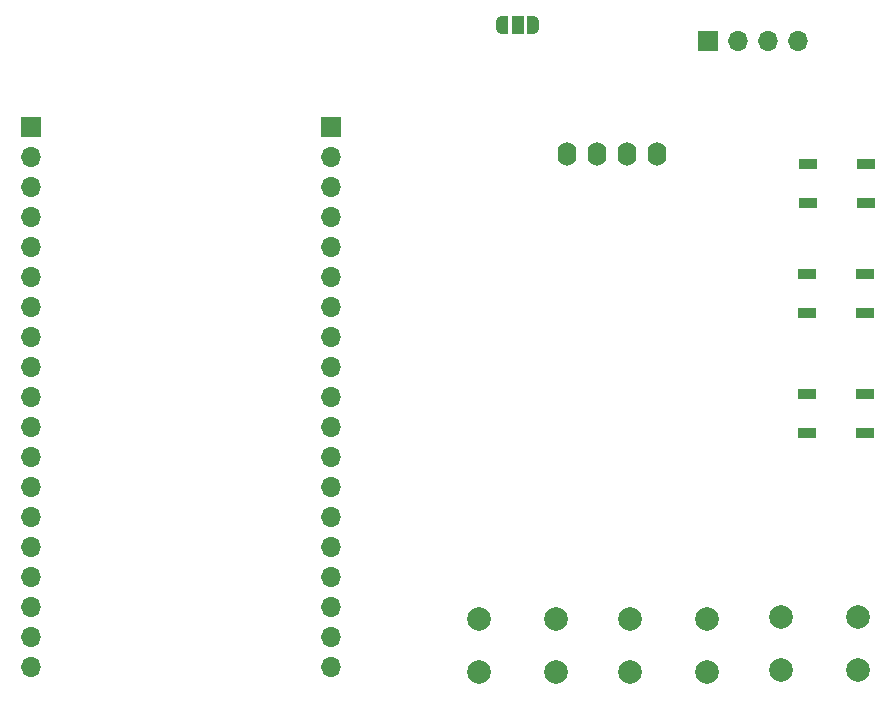
<source format=gbr>
%TF.GenerationSoftware,KiCad,Pcbnew,7.0.8-1.fc38*%
%TF.CreationDate,2023-11-06T19:13:25+00:00*%
%TF.ProjectId,Dev_habit_reminder,4465765f-6861-4626-9974-5f72656d696e,rev?*%
%TF.SameCoordinates,Original*%
%TF.FileFunction,Soldermask,Top*%
%TF.FilePolarity,Negative*%
%FSLAX46Y46*%
G04 Gerber Fmt 4.6, Leading zero omitted, Abs format (unit mm)*
G04 Created by KiCad (PCBNEW 7.0.8-1.fc38) date 2023-11-06 19:13:25*
%MOMM*%
%LPD*%
G01*
G04 APERTURE LIST*
G04 Aperture macros list*
%AMFreePoly0*
4,1,19,0.550000,-0.750000,0.000000,-0.750000,0.000000,-0.744911,-0.071157,-0.744911,-0.207708,-0.704816,-0.327430,-0.627875,-0.420627,-0.520320,-0.479746,-0.390866,-0.500000,-0.250000,-0.500000,0.250000,-0.479746,0.390866,-0.420627,0.520320,-0.327430,0.627875,-0.207708,0.704816,-0.071157,0.744911,0.000000,0.744911,0.000000,0.750000,0.550000,0.750000,0.550000,-0.750000,0.550000,-0.750000,
$1*%
%AMFreePoly1*
4,1,19,0.000000,0.744911,0.071157,0.744911,0.207708,0.704816,0.327430,0.627875,0.420627,0.520320,0.479746,0.390866,0.500000,0.250000,0.500000,-0.250000,0.479746,-0.390866,0.420627,-0.520320,0.327430,-0.627875,0.207708,-0.704816,0.071157,-0.744911,0.000000,-0.744911,0.000000,-0.750000,-0.550000,-0.750000,-0.550000,0.750000,0.000000,0.750000,0.000000,0.744911,0.000000,0.744911,
$1*%
G04 Aperture macros list end*
%ADD10R,1.700000X1.700000*%
%ADD11O,1.700000X1.700000*%
%ADD12R,1.500000X0.900000*%
%ADD13O,1.600000X2.000000*%
%ADD14C,2.000000*%
%ADD15FreePoly0,180.000000*%
%ADD16R,1.000000X1.500000*%
%ADD17FreePoly1,180.000000*%
G04 APERTURE END LIST*
D10*
%TO.C,U1*%
X112319208Y-72805507D03*
D11*
X112319208Y-75345507D03*
X112319208Y-77885507D03*
X112319208Y-80425507D03*
X112319208Y-82965507D03*
X112319208Y-85505507D03*
X112319208Y-88045507D03*
X112319208Y-90585507D03*
X112319208Y-93125507D03*
X112319208Y-95665507D03*
X112319208Y-98205507D03*
X112319208Y-100745507D03*
X112319208Y-103285507D03*
X112319208Y-105825507D03*
X112319208Y-108365507D03*
X112319208Y-110905507D03*
X112319208Y-113445507D03*
X112319208Y-115985507D03*
X112319208Y-118525507D03*
X137719208Y-118525507D03*
X137719208Y-115985507D03*
X137719208Y-113445507D03*
X137719208Y-110905507D03*
X137719208Y-108365507D03*
X137719208Y-105825507D03*
X137719208Y-103285507D03*
X137719208Y-100745507D03*
X137719208Y-98205507D03*
X137719208Y-95665507D03*
X137719208Y-93125507D03*
X137719208Y-90585507D03*
X137719208Y-88045507D03*
X137719208Y-85505507D03*
X137719208Y-82965507D03*
X137719208Y-80425507D03*
X137719208Y-77885507D03*
X137719208Y-75345507D03*
D10*
X137719208Y-72805507D03*
%TD*%
D12*
%TO.C,D1*%
X178070000Y-75937795D03*
X178070000Y-79237795D03*
X182970000Y-79237795D03*
X182970000Y-75937795D03*
%TD*%
D10*
%TO.C,J1*%
X169590279Y-65481827D03*
D11*
X172130279Y-65481827D03*
X174670279Y-65481827D03*
X177210279Y-65481827D03*
%TD*%
D13*
%TO.C,Brd1*%
X157700000Y-75060000D03*
X160240000Y-75060000D03*
X162780000Y-75060000D03*
X165320000Y-75060000D03*
%TD*%
D14*
%TO.C,SW1*%
X156726351Y-114449741D03*
X150226351Y-114449741D03*
X156726351Y-118949741D03*
X150226351Y-118949741D03*
%TD*%
D15*
%TO.C,JP1*%
X154786402Y-64123762D03*
D16*
X153486402Y-64123762D03*
D17*
X152186402Y-64123762D03*
%TD*%
D14*
%TO.C,SW2*%
X169501351Y-114449741D03*
X163001351Y-114449741D03*
X169501351Y-118949741D03*
X163001351Y-118949741D03*
%TD*%
D12*
%TO.C,D2*%
X177980000Y-85207795D03*
X177980000Y-88507795D03*
X182880000Y-88507795D03*
X182880000Y-85207795D03*
%TD*%
D14*
%TO.C,SW3*%
X182276351Y-114214632D03*
X175776351Y-114214632D03*
X182276351Y-118714632D03*
X175776351Y-118714632D03*
%TD*%
D12*
%TO.C,D3*%
X177980000Y-95367795D03*
X177980000Y-98667795D03*
X182880000Y-98667795D03*
X182880000Y-95367795D03*
%TD*%
M02*

</source>
